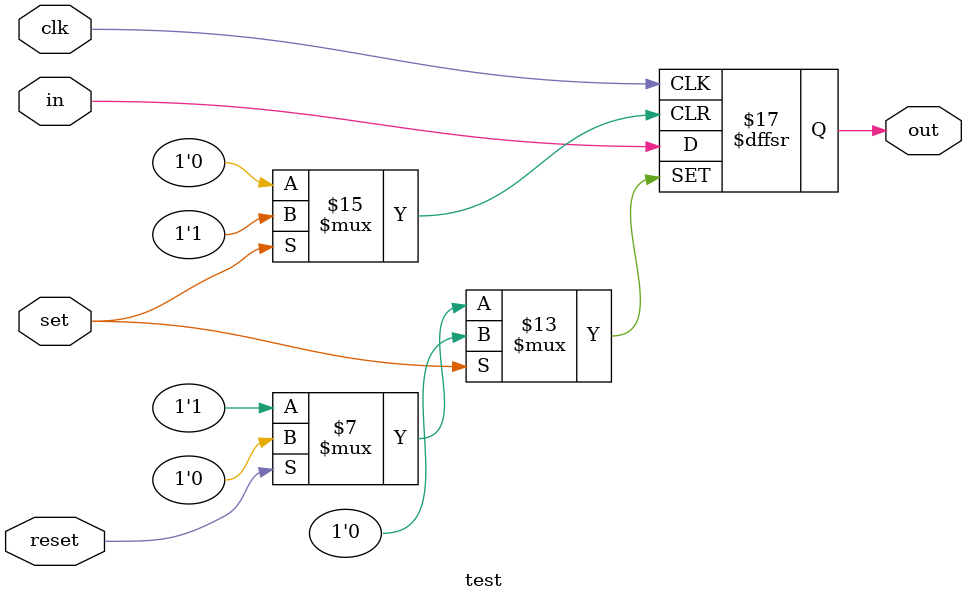
<source format=v>
module test(input  in,  input clk,  reset, set, output reg out);
always @(posedge clk, negedge reset, posedge set)
    if(set) out <= 1'b0;
	else if(!reset) out <= 1'b1;
	else out <= in;
endmodule	

</source>
